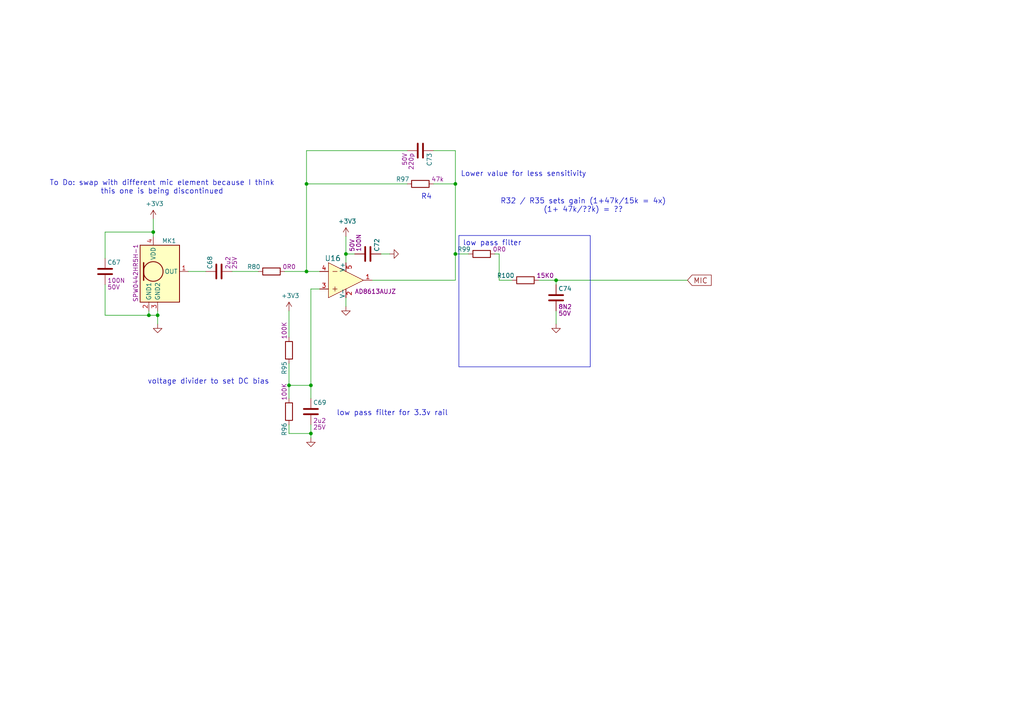
<source format=kicad_sch>
(kicad_sch (version 20250114) (generator "eeschema") (generator_version "9.0")
  (paper "A4")
  (lib_symbols
    (symbol "just_low_pwr_mic-rescue:C_100N_10%_50V_X7R_0603-caps_atomic-low_pwr_mic_board-rescue-just_low_pwr_mic-rescue" (pin_numbers (hide yes)) (pin_names (offset 0.254) (hide yes))
      (property "Reference" "C" (at 0.635 1.905 0))
      (property "dvalue" "100N" (at 0.635 -1.905 0))
      (property "Rating" "50V" (at 0.635 -3.81 0))
      (symbol "C_100N_10%_50V_X7R_0603-caps_atomic-low_pwr_mic_board-rescue-just_low_pwr_mic-rescue_0_1"
        (polyline (pts (xy -2.032 0.762) (xy 2.032 0.762)) (stroke (width 0.508)))
        (polyline (pts (xy -2.032 -0.762) (xy 2.032 -0.762)) (stroke (width 0.508)))
      )
      (symbol "C_100N_10%_50V_X7R_0603-caps_atomic-low_pwr_mic_board-rescue-just_low_pwr_mic-rescue_1_1"
        (pin passive line (at 0 3.81 270) (length 2.794) (name "~") (number "1"))
        (pin passive line (at 0 -3.81 90) (length 2.794) (name "~") (number "2"))
      )
    )
    (symbol "just_low_pwr_mic-rescue:C_220P_5%_50V_C0G_0603-caps_atomic-low_pwr_mic_board-rescue-just_low_pwr_mic-rescue" (pin_numbers (hide yes)) (pin_names (offset 0.254) (hide yes))
      (property "Reference" "C" (at 0.635 1.905 0))
      (property "dvalue" "220p" (at 0.635 -1.905 0))
      (property "Rating" "50V" (at 0.635 -3.81 0))
      (symbol "C_220P_5%_50V_C0G_0603-caps_atomic-low_pwr_mic_board-rescue-just_low_pwr_mic-rescue_0_1"
        (polyline (pts (xy -2.032 0.762) (xy 2.032 0.762)) (stroke (width 0.508)))
        (polyline (pts (xy -2.032 -0.762) (xy 2.032 -0.762)) (stroke (width 0.508)))
      )
      (symbol "C_220P_5%_50V_C0G_0603-caps_atomic-low_pwr_mic_board-rescue-just_low_pwr_mic-rescue_1_1"
        (pin passive line (at 0 3.81 270) (length 2.794) (name "~") (number "1"))
        (pin passive line (at 0 -3.81 90) (length 2.794) (name "~") (number "2"))
      )
    )
    (symbol "just_low_pwr_mic-rescue:C_2U2_10%_25V_X7R_0805-caps_atomic-low_pwr_mic_board-rescue-just_low_pwr_mic-rescue" (pin_numbers (hide yes)) (pin_names (offset 0.254) (hide yes))
      (property "Reference" "C" (at 0.635 1.905 0))
      (property "dvalue" "2u2" (at 0.635 -1.905 0))
      (property "Rating" "25V" (at 0.635 -3.81 0))
      (symbol "C_2U2_10%_25V_X7R_0805-caps_atomic-low_pwr_mic_board-rescue-just_low_pwr_mic-rescue_0_1"
        (polyline (pts (xy -2.032 0.762) (xy 2.032 0.762)) (stroke (width 0.508)))
        (polyline (pts (xy -2.032 -0.762) (xy 2.032 -0.762)) (stroke (width 0.508)))
      )
      (symbol "C_2U2_10%_25V_X7R_0805-caps_atomic-low_pwr_mic_board-rescue-just_low_pwr_mic-rescue_1_1"
        (pin passive line (at 0 3.81 270) (length 2.794) (name "~") (number "1"))
        (pin passive line (at 0 -3.81 90) (length 2.794) (name "~") (number "2"))
      )
    )
    (symbol "just_low_pwr_mic-rescue:C_8N2_10%_50V_X7R_0603-caps_atomic-low_pwr_mic_board-rescue-just_low_pwr_mic-rescue" (pin_numbers (hide yes)) (pin_names (offset 0.254) (hide yes))
      (property "Reference" "C" (at 0.635 1.905 0))
      (property "dvalue" "8N2" (at 0.635 -1.905 0))
      (property "Rating" "50V" (at 0.635 -3.81 0))
      (symbol "C_8N2_10%_50V_X7R_0603-caps_atomic-low_pwr_mic_board-rescue-just_low_pwr_mic-rescue_0_1"
        (polyline (pts (xy -2.032 0.762) (xy 2.032 0.762)) (stroke (width 0.508)))
        (polyline (pts (xy -2.032 -0.762) (xy 2.032 -0.762)) (stroke (width 0.508)))
      )
      (symbol "C_8N2_10%_50V_X7R_0603-caps_atomic-low_pwr_mic_board-rescue-just_low_pwr_mic-rescue_1_1"
        (pin passive line (at 0 3.81 270) (length 2.794) (name "~") (number "1"))
        (pin passive line (at 0 -3.81 90) (length 2.794) (name "~") (number "2"))
      )
    )
    (symbol "just_low_pwr_mic-rescue:IC_OPAMP_AD8613AUJZ_SOT23-5-analog_ic-low_pwr_mic_board-rescue-just_low_pwr_mic-rescue" (pin_names (offset 0))
      (property "Reference" "U" (at -3.81 6.35 0))
      (property "dvalue" "AD8613AUJZ" (at 2.54 -2.54 0))
      (symbol "IC_OPAMP_AD8613AUJZ_SOT23-5-analog_ic-low_pwr_mic_board-rescue-just_low_pwr_mic-rescue_1_0"
        (polyline (pts (xy -5.08 5.08) (xy -5.08 -5.08) (xy 5.08 0) (xy -5.08 5.08)) (fill (type background)))
        (polyline (pts (xy -3.81 2.54) (xy -2.54 2.54)))
        (polyline (pts (xy -3.81 -2.54) (xy -2.54 -2.54)))
        (polyline (pts (xy -3.175 -1.905) (xy -3.175 -3.175)))
      )
      (symbol "IC_OPAMP_AD8613AUJZ_SOT23-5-analog_ic-low_pwr_mic_board-rescue-just_low_pwr_mic-rescue_1_1"
        (pin input line (at -7.62 2.54 0) (length 2.54) (name "~") (number "4"))
        (pin input line (at -7.62 -2.54 0) (length 2.54) (name "~") (number "3"))
        (pin power_in line (at 0 5.08 270) (length 2.54) (name "V+") (number "5"))
        (pin power_in line (at 0 -5.08 90) (length 2.54) (name "V-") (number "2"))
        (pin output line (at 7.62 0 180) (length 2.54) (name "~") (number "1"))
      )
    )
    (symbol "just_low_pwr_mic-rescue:R_0R0_1%_THKF_125mW_0603-resistor_atomic-low_pwr_mic_board-rescue-just_low_pwr_mic-rescue" (pin_numbers (hide yes)) (pin_names (offset 0))
      (property "Reference" "R" (at 0.635 -3.175 90))
      (property "dvalue" "0R0" (at 0.635 3.175 90))
      (symbol "R_0R0_1%_THKF_125mW_0603-resistor_atomic-low_pwr_mic_board-rescue-just_low_pwr_mic-rescue_0_1"
        (rectangle (start -1.016 -2.54) (end 1.016 2.54) (stroke (width 0.254)))
      )
      (symbol "R_0R0_1%_THKF_125mW_0603-resistor_atomic-low_pwr_mic_board-rescue-just_low_pwr_mic-rescue_1_1"
        (pin passive line (at 0 3.81 270) (length 1.27) (name "~") (number "1"))
        (pin passive line (at 0 -3.81 90) (length 1.27) (name "~") (number "2"))
      )
    )
    (symbol "just_low_pwr_mic-rescue:R_100K_1%_THKF_100mW_0603-resistor_atomic-low_pwr_mic_board-rescue-just_low_pwr_mic-rescue" (pin_numbers (hide yes)) (pin_names (offset 0))
      (property "Reference" "R" (at 0.635 -3.175 90))
      (property "dvalue" "100K" (at 0.635 3.175 90))
      (symbol "R_100K_1%_THKF_100mW_0603-resistor_atomic-low_pwr_mic_board-rescue-just_low_pwr_mic-rescue_0_1"
        (rectangle (start -1.016 -2.54) (end 1.016 2.54) (stroke (width 0.254)))
      )
      (symbol "R_100K_1%_THKF_100mW_0603-resistor_atomic-low_pwr_mic_board-rescue-just_low_pwr_mic-rescue_1_1"
        (pin passive line (at 0 3.81 270) (length 1.27) (name "~") (number "1"))
        (pin passive line (at 0 -3.81 90) (length 1.27) (name "~") (number "2"))
      )
    )
    (symbol "just_low_pwr_mic-rescue:R_15K0_1%_THKF_100mW_0603-resistor_atomic-low_pwr_mic_board-rescue-just_low_pwr_mic-rescue" (pin_numbers (hide yes)) (pin_names (offset 0))
      (property "Reference" "R" (at 0.635 -3.175 90))
      (property "dvalue" "15K0" (at 0.635 3.175 90))
      (symbol "R_15K0_1%_THKF_100mW_0603-resistor_atomic-low_pwr_mic_board-rescue-just_low_pwr_mic-rescue_0_1"
        (rectangle (start -1.016 -2.54) (end 1.016 2.54) (stroke (width 0.254)))
      )
      (symbol "R_15K0_1%_THKF_100mW_0603-resistor_atomic-low_pwr_mic_board-rescue-just_low_pwr_mic-rescue_1_1"
        (pin passive line (at 0 3.81 270) (length 1.27) (name "~") (number "1"))
        (pin passive line (at 0 -3.81 90) (length 1.27) (name "~") (number "2"))
      )
    )
    (symbol "just_low_pwr_mic-rescue:R_499R_1%_THKF_100mW_0603-resistor_atomic-low_pwr_mic_board-rescue-just_low_pwr_mic-rescue" (pin_numbers (hide yes)) (pin_names (offset 0))
      (property "Reference" "R" (at 0.635 -3.175 90))
      (property "dvalue" "499R" (at 0.635 3.175 90))
      (symbol "R_499R_1%_THKF_100mW_0603-resistor_atomic-low_pwr_mic_board-rescue-just_low_pwr_mic-rescue_0_1"
        (rectangle (start -1.016 -2.54) (end 1.016 2.54) (stroke (width 0.254)))
      )
      (symbol "R_499R_1%_THKF_100mW_0603-resistor_atomic-low_pwr_mic_board-rescue-just_low_pwr_mic-rescue_1_1"
        (pin passive line (at 0 3.81 270) (length 1.27) (name "~") (number "1"))
        (pin passive line (at 0 -3.81 90) (length 1.27) (name "~") (number "2"))
      )
    )
    (symbol "just_low_pwr_mic-rescue:TRDCR_MIC_ELECTRET_SPW0442HR5H-1-analog_ic-low_pwr_mic_board-rescue-just_low_pwr_mic-rescue"
      (property "Reference" "MK?" (at 0 8.89 0))
      (property "dvalue" "SPW0442HR5H-1" (at -7.62 -8.89 90))
      (symbol "TRDCR_MIC_ELECTRET_SPW0442HR5H-1-analog_ic-low_pwr_mic_board-rescue-just_low_pwr_mic-rescue_0_1"
        (rectangle (start -6.35 7.62) (end 5.08 -8.89) (stroke (width 0.254)) (fill (type background)))
        (polyline (pts (xy -5.334 2.54) (xy -5.334 -2.54)) (stroke (width 0.381)))
        (circle (center -2.54 0) (radius 2.8448) (stroke (width 0.254)))
      )
      (symbol "TRDCR_MIC_ELECTRET_SPW0442HR5H-1-analog_ic-low_pwr_mic_board-rescue-just_low_pwr_mic-rescue_1_1"
        (pin power_in line (at -3.81 -11.43 90) (length 2.54) (name "GND1") (number "2"))
        (pin power_in line (at -2.54 10.16 270) (length 2.54) (name "VDD") (number "4"))
        (pin power_in line (at -1.27 -11.43 90) (length 2.54) (name "GND2") (number "3"))
        (pin output line (at 7.62 0 180) (length 2.54) (name "OUT") (number "1"))
      )
    )
    (symbol "power:+3V3" (power) (pin_names (offset 0))
      (property "Value" "+3V3" (at 0 3.556 0))
      (symbol "+3V3_0_1"
        (polyline (pts (xy -0.762 1.27) (xy 0 2.54)))
        (polyline (pts (xy 0 2.54) (xy 0.762 1.27)))
        (polyline (pts (xy 0 0) (xy 0 2.54)))
      )
      (symbol "+3V3_1_1"
        (pin power_in line (at 0 0 90) (length 0) (hide yes) (name "+3V3") (number "1"))
      )
    )
    (symbol "power:GND" (power) (pin_names (offset 0))
      (property "Value" "GND" (at 0 -3.81 0))
      (symbol "GND_0_1"
        (polyline (pts (xy 0 0) (xy 0 -1.27) (xy 1.27 -1.27) (xy 0 -2.54) (xy -1.27 -1.27) (xy 0 -1.27)))
      )
      (symbol "GND_1_1"
        (pin power_in line (at 0 0 270) (length 0) (hide yes) (name "GND") (number "1"))
      )
    )
  )
  (text "R4" (at 123.698 57.1246 0) (effects (font (size 1.524 1.524))))
  (text "Lower value for less sensitivity" (at 133.604 51.4096 0) (effects (font (size 1.524 1.524)) (justify left bottom)))
  (text "R32 / R35 sets gain (1+47k/15k = 4x)\n(1+ 47k/??k) = ??\n" (at 169.164 59.6646 0) (effects (font (size 1.524 1.524))))
  (text "To Do: swap with different mic element because I think\nthis one is being discontinued" (at 46.99 54.356 0) (effects (font (size 1.524 1.524))))
  (text "voltage divider to set DC bias" (at 60.452 110.7186 0) (effects (font (size 1.524 1.524))))
  (text "low pass filter for 3.3v rail" (at 113.792 119.8626 0) (effects (font (size 1.524 1.524))))
  (text_box "low pass filter" (at 133.096 68.3006 0) (size 38.1 38.1) (margins 1.143 1.143 1.143 1.143) (effects (font (size 1.524 1.524)) (justify left top)))
  (junction (at 83.82 111.76))
  (junction (at 90.17 125.73))
  (junction (at 88.9 78.74))
  (junction (at 45.72 91.44))
  (junction (at 44.45 67.31))
  (junction (at 132.08 53.34))
  (junction (at 161.29 81.28))
  (junction (at 100.33 73.66))
  (junction (at 90.17 111.76))
  (junction (at 132.08 73.66))
  (junction (at 43.18 91.44))
  (junction (at 88.9 53.34))
  (wire (pts (xy 118.11 43.688) (xy 88.9 43.688)))
  (wire (pts (xy 90.17 123.19) (xy 90.17 125.73)))
  (wire (pts (xy 88.9 78.74) (xy 82.55 78.74)))
  (wire (pts (xy 143.51 73.66) (xy 144.78 73.66)))
  (wire (pts (xy 161.29 82.55) (xy 161.29 81.28)))
  (wire (pts (xy 43.18 91.44) (xy 43.18 90.17)))
  (wire (pts (xy 83.82 123.19) (xy 83.82 125.73)))
  (wire (pts (xy 161.29 93.98) (xy 161.29 90.17)))
  (wire (pts (xy 88.9 53.34) (xy 118.11 53.34)))
  (wire (pts (xy 107.95 81.28) (xy 132.08 81.28)))
  (wire (pts (xy 45.72 90.17) (xy 45.72 91.44)))
  (wire (pts (xy 100.33 88.9) (xy 100.33 86.36)))
  (wire (pts (xy 102.87 73.66) (xy 100.33 73.66)))
  (wire (pts (xy 30.48 91.44) (xy 30.48 82.55)))
  (wire (pts (xy 125.73 43.688) (xy 132.08 43.688)))
  (wire (pts (xy 132.08 53.34) (xy 125.73 53.34)))
  (wire (pts (xy 74.93 78.74) (xy 67.31 78.74)))
  (wire (pts (xy 90.17 115.57) (xy 90.17 111.76)))
  (wire (pts (xy 144.78 73.66) (xy 144.78 81.28)))
  (wire (pts (xy 90.17 125.73) (xy 90.17 127)))
  (wire (pts (xy 44.45 63.5) (xy 44.45 67.31)))
  (wire (pts (xy 132.08 43.688) (xy 132.08 53.34)))
  (wire (pts (xy 83.82 111.76) (xy 90.17 111.76)))
  (wire (pts (xy 132.08 73.66) (xy 132.08 53.34)))
  (wire (pts (xy 132.08 81.28) (xy 132.08 73.66)))
  (wire (pts (xy 54.61 78.74) (xy 59.69 78.74)))
  (wire (pts (xy 144.78 81.28) (xy 148.59 81.28)))
  (wire (pts (xy 83.82 90.17) (xy 83.82 97.79)))
  (wire (pts (xy 90.17 111.76) (xy 90.17 83.82)))
  (wire (pts (xy 83.82 125.73) (xy 90.17 125.73)))
  (wire (pts (xy 30.48 67.31) (xy 44.45 67.31)))
  (wire (pts (xy 161.29 81.28) (xy 199.39 81.28)))
  (wire (pts (xy 88.9 43.688) (xy 88.9 53.34)))
  (wire (pts (xy 100.33 73.66) (xy 100.33 76.2)))
  (wire (pts (xy 83.82 115.57) (xy 83.82 111.76)))
  (wire (pts (xy 30.48 74.93) (xy 30.48 67.31)))
  (wire (pts (xy 45.72 91.44) (xy 43.18 91.44)))
  (wire (pts (xy 44.45 67.31) (xy 44.45 68.58)))
  (wire (pts (xy 113.03 73.66) (xy 110.49 73.66)))
  (wire (pts (xy 88.9 53.34) (xy 88.9 78.74)))
  (wire (pts (xy 45.72 91.44) (xy 45.72 93.98)))
  (wire (pts (xy 43.18 91.44) (xy 30.48 91.44)))
  (wire (pts (xy 90.17 83.82) (xy 92.71 83.82)))
  (wire (pts (xy 100.33 68.58) (xy 100.33 73.66)))
  (wire (pts (xy 156.21 81.28) (xy 161.29 81.28)))
  (wire (pts (xy 92.71 78.74) (xy 88.9 78.74)))
  (wire (pts (xy 83.82 105.41) (xy 83.82 111.76)))
  (wire (pts (xy 135.89 73.66) (xy 132.08 73.66)))
  (global_label "MIC" (shape input) (at 199.39 81.28 0) (effects (font (size 1.524 1.524))) (property "Intersheetrefs" "${INTERSHEET_REFS}" (effects (hide yes))))
  (symbol (lib_id "just_low_pwr_mic-rescue:IC_OPAMP_AD8613AUJZ_SOT23-5-analog_ic-low_pwr_mic_board-rescue-just_low_pwr_mic-rescue") (at 100.33 81.28 0) (unit 1)
    (property "Reference" "U16" (at 96.52 74.93 0) (effects (font (size 1.524 1.524))))
    (property "Value" "IC_OPAMP_AD8613AUJZ_SOT23-5" (effects (hide yes)))
    (property "Footprint" "Package_TO_SOT_SMD:SOT-23-5" (effects (hide yes)))
    (property "Description" "IC OPAMP GP 400KHZ RRO TSOT23-5" (effects (hide yes)))
    (property "Category" "Integrated Circuits (ICs)" (effects (hide yes)))
    (property "mfg1" "Analog Devices Inc." (effects (hide yes)))
    (property "mfg1pn" "AD8613AUJZ-REEL7" (effects (hide yes)))
    (property "dvalue" "AD8613AUJZ" (at 102.87 83.82 0) (effects (justify left top)))
  )
  (symbol (lib_id "power:+3V3") (at 100.33 68.58 0) (unit 1)
    (property "Reference" "#PWR088" (effects (hide yes)))
    (property "Value" "+3V3" (at 100.711 64.1858 0))
  )
  (symbol (lib_id "just_low_pwr_mic-rescue:C_100N_10%_50V_X7R_0603-caps_atomic-low_pwr_mic_board-rescue-just_low_pwr_mic-rescue") (at 30.48 78.74 0) (unit 1)
    (property "Reference" "C67" (at 31.115 76.835 0) (effects (justify left bottom)))
    (property "Value" "C_100N_10%_50V_X7R_0603" (effects (hide yes)))
    (property "Footprint" "Capacitor_SMD:C_0603_1608Metric" (effects (hide yes)))
    (property "dvalue" "100N" (at 31.115 80.645 0) (effects (justify left top)))
    (property "Rating" "50V" (at 31.115 82.55 0) (effects (justify left top)))
    (property "Tolerance" "10%" (effects (hide yes)))
    (property "Type" "X7R Ceramic" (effects (hide yes)))
    (property "mfg1" "Samsung" (effects (hide yes)))
    (property "mfg1pn" "CL10B104KB8NNNC" (effects (hide yes)))
  )
  (symbol (lib_id "just_low_pwr_mic-rescue:TRDCR_MIC_ELECTRET_SPW0442HR5H-1-analog_ic-low_pwr_mic_board-rescue-just_low_pwr_mic-rescue") (at 46.99 78.74 0) (unit 1)
    (property "Reference" "MK1" (at 46.99 69.85 0) (effects (justify left)))
    (property "Value" "TRDCR_MIC_ELECTRET_SPW0442HR5H-1" (effects (hide yes)))
    (property "Footprint" ".pretty:SPW0442HR5H-1" (effects (hide yes)))
    (property "Datasheet" "423-1417-1-ND" (effects (hide yes)))
    (property "dvalue" "SPW0442HR5H-1" (at 39.37 87.63 90) (effects (justify left)))
    (property "mfg1" "Knowles" (effects (hide yes)))
    (property "mfg1pn" "SPW0442HR5H-1" (effects (hide yes)))
  )
  (symbol (lib_id "just_low_pwr_mic-rescue:R_0R0_1%_THKF_125mW_0603-resistor_atomic-low_pwr_mic_board-rescue-just_low_pwr_mic-rescue") (at 78.74 78.74 270) (mirror x) (unit 1)
    (property "Reference" "R80" (at 75.565 78.105 90) (effects (justify right top)))
    (property "Value" "R_0R0_1%_THKF_125mW_0603" (effects (hide yes)))
    (property "Footprint" "Resistor_SMD:R_0603_1608Metric" (effects (hide yes)))
    (property "dvalue" "0R0" (at 81.915 78.105 90) (effects (justify left top)))
    (property "Tolerance" "1%" (effects (hide yes)))
    (property "Rating" "125mW" (effects (hide yes)))
    (property "Type" "Thick film chip" (effects (hide yes)))
    (property "mfg1" "Stackpole Electronics Inc" (effects (hide yes)))
    (property "mfg1pn" "RMCF0603ZT0R00" (effects (hide yes)))
  )
  (symbol (lib_id "just_low_pwr_mic-rescue:C_220P_5%_50V_C0G_0603-caps_atomic-low_pwr_mic_board-rescue-just_low_pwr_mic-rescue") (at 121.92 43.688 270) (unit 1)
    (property "Reference" "C73" (at 123.825 44.323 0) (effects (justify left bottom)))
    (property "Value" "C_220P_5%_50V_C0G_0603" (effects (hide yes)))
    (property "Footprint" "Capacitor_SMD:C_0603_1608Metric_Pad1.08x0.95mm_HandSolder" (effects (hide yes)))
    (property "dvalue" "220p" (at 120.015 44.323 0) (effects (justify left top)))
    (property "Rating" "50V" (at 118.11 44.323 0) (effects (justify left top)))
    (property "Tolerance" "10%" (effects (hide yes)))
    (property "Type" "C0G Ceramic" (effects (hide yes)))
    (property "mfg1" "Samsung" (effects (hide yes)))
    (property "mfg1pn" "CL10C221JB8NNNC" (effects (hide yes)))
  )
  (symbol (lib_id "just_low_pwr_mic-rescue:R_0R0_1%_THKF_125mW_0603-resistor_atomic-low_pwr_mic_board-rescue-just_low_pwr_mic-rescue") (at 139.7 73.66 270) (mirror x) (unit 1)
    (property "Reference" "R99" (at 136.525 73.025 90) (effects (justify right top)))
    (property "Value" "R_0R0_1%_THKF_125mW_0603" (effects (hide yes)))
    (property "Footprint" "Resistor_SMD:R_0603_1608Metric_Pad0.98x0.95mm_HandSolder" (effects (hide yes)))
    (property "dvalue" "0R0" (at 142.875 73.025 90) (effects (justify left top)))
    (property "Tolerance" "1%" (effects (hide yes)))
    (property "Rating" "125mW" (effects (hide yes)))
    (property "Type" "Thick film chip" (effects (hide yes)))
    (property "mfg1" "Stackpole Electronics Inc" (effects (hide yes)))
    (property "mfg1pn" "RMCF0603ZT0R00" (effects (hide yes)))
  )
  (symbol (lib_id "just_low_pwr_mic-rescue:C_2U2_10%_25V_X7R_0805-caps_atomic-low_pwr_mic_board-rescue-just_low_pwr_mic-rescue") (at 90.17 119.38 0) (unit 1)
    (property "Reference" "C69" (at 90.805 117.475 0) (effects (justify left bottom)))
    (property "Value" "C_2U2_10%_25V_X7R_0805" (effects (hide yes)))
    (property "Footprint" "Capacitor_SMD:C_0805_2012Metric" (effects (hide yes)))
    (property "Description" "CAP CER 2.2UF 25V X7R 0805" (effects (hide yes)))
    (property "dvalue" "2u2" (at 90.805 121.285 0) (effects (justify left top)))
    (property "Rating" "25V" (at 90.805 123.19 0) (effects (justify left top)))
    (property "Tolerance" "10%" (effects (hide yes)))
    (property "Type" "X7R Ceramic" (effects (hide yes)))
    (property "mfg1" "Murata Electronics North America" (effects (hide yes)))
    (property "mfg1pn" "GCM21BR71E225KA73L" (effects (hide yes)))
    (property "mfg2" "Samsung Electro-Mechanics" (effects (hide yes)))
    (property "mfg2pn" "CL21B225KAFNNWE" (effects (hide yes)))
    (property "mfg3" "TDK Corporation" (effects (hide yes)))
    (property "mfg3pn" "C2012X7R1V225K085AC" (effects (hide yes)))
  )
  (symbol (lib_id "power:+3V3") (at 44.45 63.5 0) (unit 1)
    (property "Reference" "#PWR084" (effects (hide yes)))
    (property "Value" "+3V3" (at 44.831 59.1058 0))
  )
  (symbol (lib_id "power:GND") (at 90.17 127 0) (unit 1)
    (property "Reference" "#PWR087" (effects (hide yes)))
    (property "Value" "GND" (effects (hide yes)))
  )
  (symbol (lib_id "power:GND") (at 113.03 73.66 90) (unit 1)
    (property "Reference" "#PWR090" (effects (hide yes)))
    (property "Value" "GND" (effects (hide yes)))
  )
  (symbol (lib_id "just_low_pwr_mic-rescue:R_499R_1%_THKF_100mW_0603-resistor_atomic-low_pwr_mic_board-rescue-just_low_pwr_mic-rescue") (at 121.92 53.34 270) (mirror x) (unit 1)
    (property "Reference" "R97" (at 118.745 52.705 90) (effects (justify right top)))
    (property "Value" "47K_1%_THKF_100mW_0603" (effects (hide yes)))
    (property "Footprint" "Resistor_SMD:R_0603_1608Metric_Pad0.98x0.95mm_HandSolder" (effects (hide yes)))
    (property "dvalue" "47k" (at 125.095 52.705 90) (effects (justify left top)))
    (property "Tolerance" "1%" (effects (hide yes)))
    (property "Rating" "100mW" (effects (hide yes)))
    (property "Type" "Thick film chip" (effects (hide yes)))
    (property "mfg1" "Yageo" (effects (hide yes)))
    (property "mfg1pn" "RC0603FR-07499RL" (effects (hide yes)))
  )
  (symbol (lib_id "just_low_pwr_mic-rescue:R_15K0_1%_THKF_100mW_0603-resistor_atomic-low_pwr_mic_board-rescue-just_low_pwr_mic-rescue") (at 152.4 81.28 270) (mirror x) (unit 1)
    (property "Reference" "R100" (at 149.225 80.645 90) (effects (justify right top)))
    (property "Value" "R_15K0_1%_THKF_100mW_0603" (effects (hide yes)))
    (property "Footprint" "Resistor_SMD:R_0603_1608Metric_Pad0.98x0.95mm_HandSolder" (effects (hide yes)))
    (property "dvalue" "15K0" (at 155.575 80.645 90) (effects (justify left top)))
    (property "Tolerance" "1%" (effects (hide yes)))
    (property "Rating" "100mW" (effects (hide yes)))
    (property "Type" "Thick film chip" (effects (hide yes)))
    (property "mfg1" "Yageo" (effects (hide yes)))
    (property "mfg1pn" "RC0603FR-0715KL" (effects (hide yes)))
  )
  (symbol (lib_id "just_low_pwr_mic-rescue:R_100K_1%_THKF_100mW_0603-resistor_atomic-low_pwr_mic_board-rescue-just_low_pwr_mic-rescue") (at 83.82 119.38 0) (mirror y) (unit 1)
    (property "Reference" "R96" (at 83.185 122.555 90) (effects (justify right top)))
    (property "Value" "R_100K_1%_THKF_100mW_0603" (effects (hide yes)))
    (property "Footprint" "Resistor_SMD:R_0603_1608Metric_Pad0.98x0.95mm_HandSolder" (effects (hide yes)))
    (property "dvalue" "100K" (at 83.185 116.205 90) (effects (justify left top)))
    (property "Tolerance" "1%" (effects (hide yes)))
    (property "Rating" "100mW" (effects (hide yes)))
    (property "Type" "Thick film chip" (effects (hide yes)))
    (property "mfg1" "Yageo" (effects (hide yes)))
    (property "mfg1pn" "RC0603FR-07100KL" (effects (hide yes)))
  )
  (symbol (lib_id "power:GND") (at 100.33 88.9 0) (unit 1)
    (property "Reference" "#PWR089" (effects (hide yes)))
    (property "Value" "GND" (effects (hide yes)))
  )
  (symbol (lib_id "just_low_pwr_mic-rescue:R_100K_1%_THKF_100mW_0603-resistor_atomic-low_pwr_mic_board-rescue-just_low_pwr_mic-rescue") (at 83.82 101.6 0) (mirror y) (unit 1)
    (property "Reference" "R95" (at 83.185 104.775 90) (effects (justify right top)))
    (property "Value" "R_100K_1%_THKF_100mW_0603" (effects (hide yes)))
    (property "Footprint" "Resistor_SMD:R_0603_1608Metric_Pad0.98x0.95mm_HandSolder" (effects (hide yes)))
    (property "dvalue" "100K" (at 83.185 98.425 90) (effects (justify left top)))
    (property "Tolerance" "1%" (effects (hide yes)))
    (property "Rating" "100mW" (effects (hide yes)))
    (property "Type" "Thick film chip" (effects (hide yes)))
    (property "mfg1" "Yageo" (effects (hide yes)))
    (property "mfg1pn" "RC0603FR-07100KL" (effects (hide yes)))
  )
  (symbol (lib_id "just_low_pwr_mic-rescue:C_8N2_10%_50V_X7R_0603-caps_atomic-low_pwr_mic_board-rescue-just_low_pwr_mic-rescue") (at 161.29 86.36 0) (unit 1)
    (property "Reference" "C74" (at 161.925 84.455 0) (effects (justify left bottom)))
    (property "Value" "C_8N2_10%_50V_X7R_0603" (effects (hide yes)))
    (property "Footprint" "Capacitor_SMD:C_0603_1608Metric" (effects (hide yes)))
    (property "dvalue" "8N2" (at 161.925 88.265 0) (effects (justify left top)))
    (property "Rating" "50V" (at 161.925 90.17 0) (effects (justify left top)))
    (property "Tolerance" "10%" (effects (hide yes)))
    (property "Type" "X7R Ceramic" (effects (hide yes)))
    (property "mfg1" "Samsung" (effects (hide yes)))
    (property "mfg1pn" "CL10B822KB8NNNC" (effects (hide yes)))
  )
  (symbol (lib_id "power:GND") (at 45.72 93.98 0) (unit 1)
    (property "Reference" "#PWR085" (effects (hide yes)))
    (property "Value" "GND" (effects (hide yes)))
  )
  (symbol (lib_id "power:+3V3") (at 83.82 90.17 0) (unit 1)
    (property "Reference" "#PWR086" (effects (hide yes)))
    (property "Value" "+3V3" (at 84.201 85.7758 0))
  )
  (symbol (lib_id "just_low_pwr_mic-rescue:C_2U2_10%_25V_X7R_0805-caps_atomic-low_pwr_mic_board-rescue-just_low_pwr_mic-rescue") (at 63.5 78.74 90) (unit 1)
    (property "Reference" "C68" (at 61.595 78.105 0) (effects (justify left bottom)))
    (property "Value" "C_2U2_10%_25V_X7R_0805" (effects (hide yes)))
    (property "Footprint" "Capacitor_SMD:C_0805_2012Metric" (effects (hide yes)))
    (property "Description" "CAP CER 2.2UF 25V X7R 0805" (effects (hide yes)))
    (property "dvalue" "2u2" (at 65.405 78.105 0) (effects (justify left top)))
    (property "Rating" "25V" (at 67.31 78.105 0) (effects (justify left top)))
    (property "Tolerance" "10%" (effects (hide yes)))
    (property "Type" "X7R Ceramic" (effects (hide yes)))
    (property "mfg1" "Murata Electronics North America" (effects (hide yes)))
    (property "mfg1pn" "GCM21BR71E225KA73L" (effects (hide yes)))
    (property "mfg2" "Samsung Electro-Mechanics" (effects (hide yes)))
    (property "mfg2pn" "CL21B225KAFNNWE" (effects (hide yes)))
    (property "mfg3" "TDK Corporation" (effects (hide yes)))
    (property "mfg3pn" "C2012X7R1V225K085AC" (effects (hide yes)))
  )
  (symbol (lib_id "power:GND") (at 161.29 93.98 0) (unit 1)
    (property "Reference" "#PWR093" (effects (hide yes)))
    (property "Value" "GND" (effects (hide yes)))
  )
  (symbol (lib_id "just_low_pwr_mic-rescue:C_100N_10%_50V_X7R_0603-caps_atomic-low_pwr_mic_board-rescue-just_low_pwr_mic-rescue") (at 106.68 73.66 270) (mirror x) (unit 1)
    (property "Reference" "C72" (at 108.585 73.025 0) (effects (justify left bottom)))
    (property "Value" "C_100N_10%_50V_X7R_0603" (effects (hide yes)))
    (property "Footprint" "Capacitor_SMD:C_0603_1608Metric_Pad1.08x0.95mm_HandSolder" (effects (hide yes)))
    (property "dvalue" "100N" (at 104.775 73.025 0) (effects (justify left top)))
    (property "Rating" "50V" (at 102.87 73.025 0) (effects (justify left top)))
    (property "Tolerance" "10%" (effects (hide yes)))
    (property "Type" "X7R Ceramic" (effects (hide yes)))
    (property "mfg1" "Samsung" (effects (hide yes)))
    (property "mfg1pn" "CL10B104KB8NNNC" (effects (hide yes)))
  )
)
</source>
